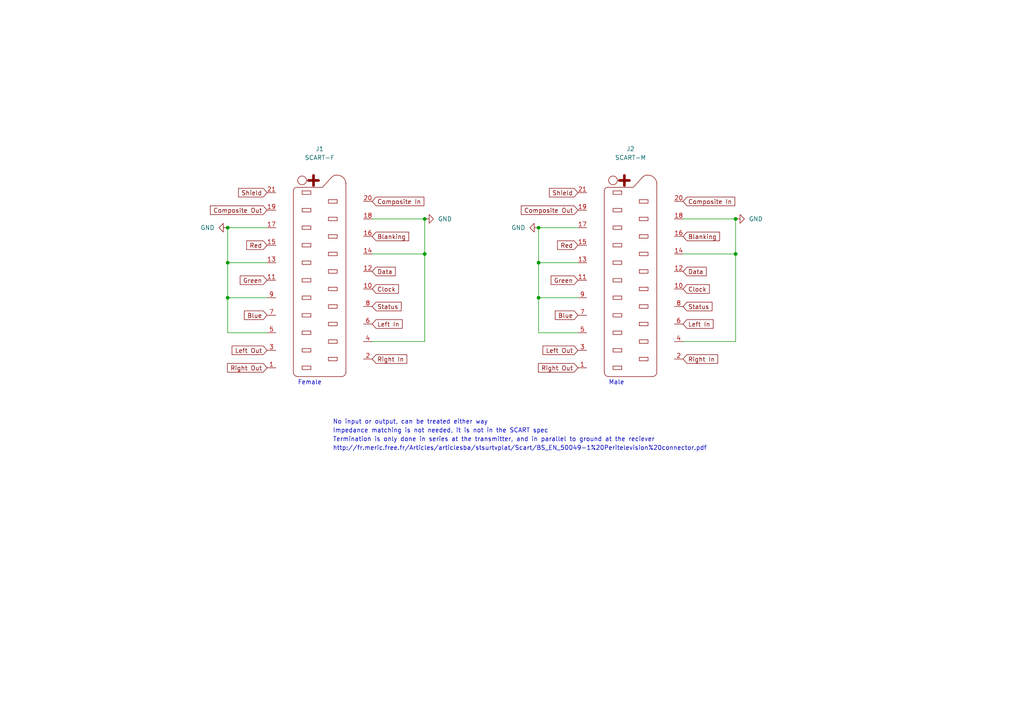
<source format=kicad_sch>
(kicad_sch (version 20230121) (generator eeschema)

  (uuid fb7982d0-abf4-421d-87a3-1e682bcdaa45)

  (paper "A4")

  (lib_symbols
    (symbol "Connector:SCART-F" (pin_names (offset 0.762) hide) (in_bom yes) (on_board yes)
      (property "Reference" "J" (at 0 31.75 0)
        (effects (font (size 1.27 1.27)))
      )
      (property "Value" "SCART-F" (at 1.016 -29.21 0)
        (effects (font (size 1.27 1.27)))
      )
      (property "Footprint" "" (at 0 1.27 0)
        (effects (font (size 1.27 1.27)) hide)
      )
      (property "Datasheet" " ~" (at 0 1.27 0)
        (effects (font (size 1.27 1.27)) hide)
      )
      (property "ki_keywords" "connector" (at 0 0 0)
        (effects (font (size 1.27 1.27)) hide)
      )
      (property "ki_description" "Prise Peritel" (at 0 0 0)
        (effects (font (size 1.27 1.27)) hide)
      )
      (symbol "SCART-F_0_1"
        (arc (start -7.62 -26.67) (mid -7.248 -27.568) (end -6.35 -27.94)
          (stroke (width 0) (type default))
          (fill (type none))
        )
        (arc (start -6.604 26.9494) (mid -7.3224 26.6518) (end -7.62 25.9334)
          (stroke (width 0) (type default))
          (fill (type none))
        )
        (rectangle (start -5.08 -24.892) (end -2.54 -25.908)
          (stroke (width 0) (type default))
          (fill (type none))
        )
        (rectangle (start -5.08 -19.812) (end -2.54 -20.828)
          (stroke (width 0) (type default))
          (fill (type none))
        )
        (rectangle (start -5.08 -14.732) (end -2.54 -15.748)
          (stroke (width 0) (type default))
          (fill (type none))
        )
        (rectangle (start -5.08 -9.652) (end -2.54 -10.668)
          (stroke (width 0) (type default))
          (fill (type none))
        )
        (rectangle (start -5.08 -4.572) (end -2.54 -5.588)
          (stroke (width 0) (type default))
          (fill (type none))
        )
        (rectangle (start -5.08 0.508) (end -2.54 -0.508)
          (stroke (width 0) (type default))
          (fill (type none))
        )
        (rectangle (start -5.08 5.588) (end -2.54 4.572)
          (stroke (width 0) (type default))
          (fill (type none))
        )
        (rectangle (start -5.08 10.668) (end -2.54 9.652)
          (stroke (width 0) (type default))
          (fill (type none))
        )
        (rectangle (start -5.08 15.748) (end -2.54 14.732)
          (stroke (width 0) (type default))
          (fill (type none))
        )
        (rectangle (start -5.08 20.828) (end -2.54 19.812)
          (stroke (width 0) (type default))
          (fill (type none))
        )
        (rectangle (start -5.08 25.908) (end -2.54 24.892)
          (stroke (width 0) (type default))
          (fill (type none))
        )
        (circle (center -5.08 28.956) (radius 1.27)
          (stroke (width 0) (type default))
          (fill (type none))
        )
        (polyline
          (pts
            (xy -7.62 22.86)
            (xy -7.62 -26.67)
          )
          (stroke (width 0) (type default))
          (fill (type none))
        )
        (polyline
          (pts
            (xy -7.62 22.86)
            (xy -7.62 24.13)
          )
          (stroke (width 0) (type default))
          (fill (type none))
        )
        (polyline
          (pts
            (xy -7.62 24.6634)
            (xy -7.62 24.13)
          )
          (stroke (width 0) (type default))
          (fill (type none))
        )
        (polyline
          (pts
            (xy -7.62 24.6634)
            (xy -7.62 25.9334)
          )
          (stroke (width 0) (type default))
          (fill (type none))
        )
        (polyline
          (pts
            (xy -6.604 26.9494)
            (xy 0.508 26.9494)
          )
          (stroke (width 0) (type default))
          (fill (type none))
        )
        (polyline
          (pts
            (xy -6.35 -27.94)
            (xy 6.35 -27.94)
          )
          (stroke (width 0) (type default))
          (fill (type none))
        )
        (polyline
          (pts
            (xy 3.302 29.718)
            (xy 1.27 27.432)
          )
          (stroke (width 0) (type default))
          (fill (type none))
        )
        (polyline
          (pts
            (xy 4.826 30.48)
            (xy 5.08 30.48)
          )
          (stroke (width 0) (type default))
          (fill (type none))
        )
        (polyline
          (pts
            (xy 7.62 -26.67)
            (xy 7.62 28.2194)
          )
          (stroke (width 0) (type default))
          (fill (type none))
        )
        (arc (start 0.508 26.924) (mid 0.9569 27.0702) (end 1.2192 27.4574)
          (stroke (width 0) (type default))
          (fill (type none))
        )
        (rectangle (start 2.54 -22.352) (end 5.08 -23.368)
          (stroke (width 0) (type default))
          (fill (type none))
        )
        (rectangle (start 2.54 -17.272) (end 5.08 -18.288)
          (stroke (width 0) (type default))
          (fill (type none))
        )
        (rectangle (start 2.54 -12.192) (end 5.08 -13.208)
          (stroke (width 0) (type default))
          (fill (type none))
        )
        (rectangle (start 2.54 -7.112) (end 5.08 -8.128)
          (stroke (width 0) (type default))
          (fill (type none))
        )
        (rectangle (start 2.54 -2.032) (end 5.08 -3.048)
          (stroke (width 0) (type default))
          (fill (type none))
        )
        (rectangle (start 2.54 3.048) (end 5.08 2.032)
          (stroke (width 0) (type default))
          (fill (type none))
        )
        (rectangle (start 2.54 8.128) (end 5.08 7.112)
          (stroke (width 0) (type default))
          (fill (type none))
        )
        (rectangle (start 2.54 13.208) (end 5.08 12.192)
          (stroke (width 0) (type default))
          (fill (type none))
        )
        (rectangle (start 2.54 18.288) (end 5.08 17.272)
          (stroke (width 0) (type default))
          (fill (type none))
        )
        (rectangle (start 2.54 23.368) (end 5.08 22.352)
          (stroke (width 0) (type default))
          (fill (type none))
        )
        (arc (start 4.826 30.48) (mid 3.999 30.2726) (end 3.3782 29.6926)
          (stroke (width 0) (type default))
          (fill (type none))
        )
        (arc (start 6.35 -27.94) (mid 7.248 -27.568) (end 7.62 -26.67)
          (stroke (width 0) (type default))
          (fill (type none))
        )
        (arc (start 7.62 27.94) (mid 6.8761 29.7361) (end 5.08 30.48)
          (stroke (width 0) (type default))
          (fill (type none))
        )
        (text "+" (at -1.778 29.21 0)
          (effects (font (size 3.81 3.81) bold))
        )
      )
      (symbol "SCART-F_1_1"
        (pin passive line (at -15.24 -25.4 0) (length 2.54)
          (name "P1" (effects (font (size 1.27 1.27))))
          (number "1" (effects (font (size 1.27 1.27))))
        )
        (pin passive line (at 15.24 -2.54 180) (length 2.54)
          (name "P10" (effects (font (size 1.27 1.27))))
          (number "10" (effects (font (size 1.27 1.27))))
        )
        (pin passive line (at -15.24 0 0) (length 2.54)
          (name "P11" (effects (font (size 1.27 1.27))))
          (number "11" (effects (font (size 1.27 1.27))))
        )
        (pin passive line (at 15.24 2.54 180) (length 2.54)
          (name "P12" (effects (font (size 1.27 1.27))))
          (number "12" (effects (font (size 1.27 1.27))))
        )
        (pin passive line (at -15.24 5.08 0) (length 2.54)
          (name "P13" (effects (font (size 1.27 1.27))))
          (number "13" (effects (font (size 1.27 1.27))))
        )
        (pin passive line (at 15.24 7.62 180) (length 2.54)
          (name "P14" (effects (font (size 1.27 1.27))))
          (number "14" (effects (font (size 1.27 1.27))))
        )
        (pin passive line (at -15.24 10.16 0) (length 2.54)
          (name "P15" (effects (font (size 1.27 1.27))))
          (number "15" (effects (font (size 1.27 1.27))))
        )
        (pin passive line (at 15.24 12.7 180) (length 2.54)
          (name "P16" (effects (font (size 1.27 1.27))))
          (number "16" (effects (font (size 1.27 1.27))))
        )
        (pin passive line (at -15.24 15.24 0) (length 2.54)
          (name "P17" (effects (font (size 1.27 1.27))))
          (number "17" (effects (font (size 1.27 1.27))))
        )
        (pin passive line (at 15.24 17.78 180) (length 2.54)
          (name "P18" (effects (font (size 1.27 1.27))))
          (number "18" (effects (font (size 1.27 1.27))))
        )
        (pin passive line (at -15.24 20.32 0) (length 2.54)
          (name "P19" (effects (font (size 1.27 1.27))))
          (number "19" (effects (font (size 1.27 1.27))))
        )
        (pin passive line (at 15.24 -22.86 180) (length 2.54)
          (name "P2" (effects (font (size 1.27 1.27))))
          (number "2" (effects (font (size 1.27 1.27))))
        )
        (pin passive line (at 15.24 22.86 180) (length 2.54)
          (name "P20" (effects (font (size 1.27 1.27))))
          (number "20" (effects (font (size 1.27 1.27))))
        )
        (pin passive line (at -15.24 25.4 0) (length 2.54)
          (name "P21" (effects (font (size 1.27 1.27))))
          (number "21" (effects (font (size 1.27 1.27))))
        )
        (pin passive line (at -15.24 -20.32 0) (length 2.54)
          (name "P3" (effects (font (size 1.27 1.27))))
          (number "3" (effects (font (size 1.27 1.27))))
        )
        (pin passive line (at 15.24 -17.78 180) (length 2.54)
          (name "P4" (effects (font (size 1.27 1.27))))
          (number "4" (effects (font (size 1.27 1.27))))
        )
        (pin passive line (at -15.24 -15.24 0) (length 2.54)
          (name "P5" (effects (font (size 1.27 1.27))))
          (number "5" (effects (font (size 1.27 1.27))))
        )
        (pin passive line (at 15.24 -12.7 180) (length 2.54)
          (name "P6" (effects (font (size 1.27 1.27))))
          (number "6" (effects (font (size 1.27 1.27))))
        )
        (pin passive line (at -15.24 -10.16 0) (length 2.54)
          (name "P7" (effects (font (size 1.27 1.27))))
          (number "7" (effects (font (size 1.27 1.27))))
        )
        (pin passive line (at 15.24 -7.62 180) (length 2.54)
          (name "P8" (effects (font (size 1.27 1.27))))
          (number "8" (effects (font (size 1.27 1.27))))
        )
        (pin passive line (at -15.24 -5.08 0) (length 2.54)
          (name "P9" (effects (font (size 1.27 1.27))))
          (number "9" (effects (font (size 1.27 1.27))))
        )
      )
    )
    (symbol "power:GND" (power) (pin_names (offset 0)) (in_bom yes) (on_board yes)
      (property "Reference" "#PWR" (at 0 -6.35 0)
        (effects (font (size 1.27 1.27)) hide)
      )
      (property "Value" "GND" (at 0 -3.81 0)
        (effects (font (size 1.27 1.27)))
      )
      (property "Footprint" "" (at 0 0 0)
        (effects (font (size 1.27 1.27)) hide)
      )
      (property "Datasheet" "" (at 0 0 0)
        (effects (font (size 1.27 1.27)) hide)
      )
      (property "ki_keywords" "global power" (at 0 0 0)
        (effects (font (size 1.27 1.27)) hide)
      )
      (property "ki_description" "Power symbol creates a global label with name \"GND\" , ground" (at 0 0 0)
        (effects (font (size 1.27 1.27)) hide)
      )
      (symbol "GND_0_1"
        (polyline
          (pts
            (xy 0 0)
            (xy 0 -1.27)
            (xy 1.27 -1.27)
            (xy 0 -2.54)
            (xy -1.27 -1.27)
            (xy 0 -1.27)
          )
          (stroke (width 0) (type default))
          (fill (type none))
        )
      )
      (symbol "GND_1_1"
        (pin power_in line (at 0 0 270) (length 0) hide
          (name "GND" (effects (font (size 1.27 1.27))))
          (number "1" (effects (font (size 1.27 1.27))))
        )
      )
    )
  )

  (junction (at 156.21 86.36) (diameter 0) (color 0 0 0 0)
    (uuid 025a20a9-9a9f-4425-a83d-0fce99a0e6fe)
  )
  (junction (at 123.19 73.66) (diameter 0) (color 0 0 0 0)
    (uuid 0fd78e12-6741-4dd0-ba80-4e537b981864)
  )
  (junction (at 123.19 63.5) (diameter 0) (color 0 0 0 0)
    (uuid 2afca494-18e8-4e6b-a5db-15a006bfdf6b)
  )
  (junction (at 213.36 63.5) (diameter 0) (color 0 0 0 0)
    (uuid 3b72fb74-c564-44c0-8388-f8c8d9d260d4)
  )
  (junction (at 66.04 86.36) (diameter 0) (color 0 0 0 0)
    (uuid 499f756c-fac8-4489-b1d6-ecd9a633b2c2)
  )
  (junction (at 156.21 66.04) (diameter 0) (color 0 0 0 0)
    (uuid 75721e80-0539-4d0c-bf64-e7d34f89df60)
  )
  (junction (at 156.21 76.2) (diameter 0) (color 0 0 0 0)
    (uuid 75ade4a0-52de-49bf-af2f-31464633bde7)
  )
  (junction (at 66.04 66.04) (diameter 0) (color 0 0 0 0)
    (uuid 932c3b57-f613-48c1-b4be-d4476cf2f2d0)
  )
  (junction (at 66.04 76.2) (diameter 0) (color 0 0 0 0)
    (uuid bfcf4c2e-3925-41b1-a96f-157e3758df83)
  )
  (junction (at 213.36 73.66) (diameter 0) (color 0 0 0 0)
    (uuid e79e0d3c-830a-4162-9de9-cd900ba81cb1)
  )

  (wire (pts (xy 107.95 63.5) (xy 123.19 63.5))
    (stroke (width 0) (type default))
    (uuid 03c26591-7c43-4679-8900-5bc6d6333dea)
  )
  (wire (pts (xy 213.36 99.06) (xy 198.12 99.06))
    (stroke (width 0) (type default))
    (uuid 14a6c8a9-b46b-4b8c-8415-17a0797c5054)
  )
  (wire (pts (xy 156.21 96.52) (xy 167.64 96.52))
    (stroke (width 0) (type default))
    (uuid 15448c7a-c876-41b4-820d-5e4dca413732)
  )
  (wire (pts (xy 66.04 86.36) (xy 77.47 86.36))
    (stroke (width 0) (type default))
    (uuid 7558b6b6-165d-4869-a7f4-88f1d42f26f7)
  )
  (wire (pts (xy 198.12 63.5) (xy 213.36 63.5))
    (stroke (width 0) (type default))
    (uuid 75ae6f0a-dc9b-4845-97db-1813dc03887e)
  )
  (wire (pts (xy 77.47 66.04) (xy 66.04 66.04))
    (stroke (width 0) (type default))
    (uuid 8a22922e-0400-4b71-9cf0-242d5908d7be)
  )
  (wire (pts (xy 156.21 76.2) (xy 167.64 76.2))
    (stroke (width 0) (type default))
    (uuid 8c5f0a2a-c392-4f12-bce8-63ec84dba025)
  )
  (wire (pts (xy 123.19 63.5) (xy 123.19 73.66))
    (stroke (width 0) (type default))
    (uuid 8c9f678b-50ad-4d8f-962c-a03bc7911fe1)
  )
  (wire (pts (xy 66.04 76.2) (xy 66.04 86.36))
    (stroke (width 0) (type default))
    (uuid 8f20dee6-d567-4189-81ae-92c2dc5b2750)
  )
  (wire (pts (xy 156.21 76.2) (xy 156.21 86.36))
    (stroke (width 0) (type default))
    (uuid 90666127-cac9-4bd0-9b43-c94eea01e789)
  )
  (wire (pts (xy 66.04 86.36) (xy 66.04 96.52))
    (stroke (width 0) (type default))
    (uuid 9250fbb6-7481-492c-b9db-56350c4d22cb)
  )
  (wire (pts (xy 123.19 73.66) (xy 107.95 73.66))
    (stroke (width 0) (type default))
    (uuid 98514a3e-d13a-45cd-ad35-33c5d87c1f37)
  )
  (wire (pts (xy 66.04 76.2) (xy 77.47 76.2))
    (stroke (width 0) (type default))
    (uuid 99d972a0-76a8-4c8c-8027-1aba0a47263e)
  )
  (wire (pts (xy 213.36 73.66) (xy 198.12 73.66))
    (stroke (width 0) (type default))
    (uuid 9cf0b246-65f1-4c92-885c-8cda74896283)
  )
  (wire (pts (xy 123.19 73.66) (xy 123.19 99.06))
    (stroke (width 0) (type default))
    (uuid b7ecb502-5a65-487c-be30-9891d3525ae4)
  )
  (wire (pts (xy 167.64 66.04) (xy 156.21 66.04))
    (stroke (width 0) (type default))
    (uuid cb257a45-7ed2-42b3-86c0-bccb8f101bd8)
  )
  (wire (pts (xy 66.04 66.04) (xy 66.04 76.2))
    (stroke (width 0) (type default))
    (uuid cb7e0afe-969e-46a4-b7bb-950d632ad1f9)
  )
  (wire (pts (xy 156.21 86.36) (xy 167.64 86.36))
    (stroke (width 0) (type default))
    (uuid d62f9c60-bd61-40d8-9904-1b36a0fb9004)
  )
  (wire (pts (xy 213.36 63.5) (xy 213.36 73.66))
    (stroke (width 0) (type default))
    (uuid e245b255-f2d6-4c10-abcd-7d02bbdd518b)
  )
  (wire (pts (xy 156.21 86.36) (xy 156.21 96.52))
    (stroke (width 0) (type default))
    (uuid e2e729f1-5403-4447-83a1-cef3da9c3d7b)
  )
  (wire (pts (xy 66.04 96.52) (xy 77.47 96.52))
    (stroke (width 0) (type default))
    (uuid e6c6ef24-0ec1-4f82-b8af-2704f1e616d0)
  )
  (wire (pts (xy 213.36 73.66) (xy 213.36 99.06))
    (stroke (width 0) (type default))
    (uuid ea087e81-620e-4d56-8648-669f0c11ed31)
  )
  (wire (pts (xy 123.19 99.06) (xy 107.95 99.06))
    (stroke (width 0) (type default))
    (uuid f6a9dee6-b29c-4c7c-a21c-653ecc27d62d)
  )
  (wire (pts (xy 156.21 66.04) (xy 156.21 76.2))
    (stroke (width 0) (type default))
    (uuid fbeb5492-c903-4cef-a955-7e71b2367e9c)
  )

  (text "Termination is only done in series at the transmitter, and in parallel to ground at the reciever"
    (at 96.52 128.27 0)
    (effects (font (size 1.27 1.27)) (justify left bottom))
    (uuid 4964105c-6885-4e9d-a289-8f6f723a74dd)
  )
  (text "Impedance matching is not needed, it is not in the SCART spec"
    (at 96.52 125.73 0)
    (effects (font (size 1.27 1.27)) (justify left bottom))
    (uuid 502e84bd-c19c-4a3e-b8dc-6488b8daabed)
  )
  (text "No input or output, can be treated either way" (at 96.52 123.19 0)
    (effects (font (size 1.27 1.27)) (justify left bottom))
    (uuid 7288ab8b-d125-475d-86af-e4c08403de26)
  )
  (text "Female" (at 86.36 111.76 0)
    (effects (font (size 1.27 1.27)) (justify left bottom))
    (uuid a59656c9-ca2c-42f4-ade6-3d0617a7f441)
  )
  (text "Male" (at 176.53 111.76 0)
    (effects (font (size 1.27 1.27)) (justify left bottom))
    (uuid c5e66f2a-8da3-4e5a-b6eb-dc7283e52a10)
  )
  (text "http://fr.meric.free.fr/Articles/articlesba/stsurtvplat/Scart/BS_EN_50049-1%20Peritelevision%20connector.pdf"
    (at 96.52 130.81 0)
    (effects (font (size 1.27 1.27)) (justify left bottom))
    (uuid e492fadb-4146-4847-931b-c03cf46032f9)
  )

  (global_label "Left Out" (shape input) (at 167.64 101.6 180) (fields_autoplaced)
    (effects (font (size 1.27 1.27)) (justify right))
    (uuid 07b4dc5a-9185-4b84-ac8c-ec1f4e45e3e3)
    (property "Intersheetrefs" "${INTERSHEET_REFS}" (at 156.9139 101.6 0)
      (effects (font (size 1.27 1.27)) (justify right) hide)
    )
  )
  (global_label "Left Out" (shape input) (at 77.47 101.6 180) (fields_autoplaced)
    (effects (font (size 1.27 1.27)) (justify right))
    (uuid 2f185c86-31b5-4391-8313-9d6fdf358211)
    (property "Intersheetrefs" "${INTERSHEET_REFS}" (at 66.7439 101.6 0)
      (effects (font (size 1.27 1.27)) (justify right) hide)
    )
  )
  (global_label "Shield" (shape input) (at 77.47 55.88 180) (fields_autoplaced)
    (effects (font (size 1.27 1.27)) (justify right))
    (uuid 37c92b54-d9ff-4af8-ac12-a02e4f0394fc)
    (property "Intersheetrefs" "${INTERSHEET_REFS}" (at 68.6187 55.88 0)
      (effects (font (size 1.27 1.27)) (justify right) hide)
    )
  )
  (global_label "Shield" (shape input) (at 167.64 55.88 180) (fields_autoplaced)
    (effects (font (size 1.27 1.27)) (justify right))
    (uuid 478e37c9-7c3e-4490-9b4c-af59b1cc379b)
    (property "Intersheetrefs" "${INTERSHEET_REFS}" (at 158.7887 55.88 0)
      (effects (font (size 1.27 1.27)) (justify right) hide)
    )
  )
  (global_label "Right In" (shape input) (at 107.95 104.14 0) (fields_autoplaced)
    (effects (font (size 1.27 1.27)) (justify left))
    (uuid 55d8674d-9a6e-44bf-a992-1a40e27f9920)
    (property "Intersheetrefs" "${INTERSHEET_REFS}" (at 118.5551 104.14 0)
      (effects (font (size 1.27 1.27)) (justify left) hide)
    )
  )
  (global_label "Green" (shape input) (at 77.47 81.28 180) (fields_autoplaced)
    (effects (font (size 1.27 1.27)) (justify right))
    (uuid 56959b6c-874d-44e7-b5e2-d82805861ed4)
    (property "Intersheetrefs" "${INTERSHEET_REFS}" (at 69.1024 81.28 0)
      (effects (font (size 1.27 1.27)) (justify right) hide)
    )
  )
  (global_label "Composite Out" (shape input) (at 167.64 60.96 180) (fields_autoplaced)
    (effects (font (size 1.27 1.27)) (justify right))
    (uuid 6062cdfc-87c5-4962-b8c9-4cb5ed3e5cb4)
    (property "Intersheetrefs" "${INTERSHEET_REFS}" (at 150.6245 60.96 0)
      (effects (font (size 1.27 1.27)) (justify right) hide)
    )
  )
  (global_label "Composite Out" (shape input) (at 77.47 60.96 180) (fields_autoplaced)
    (effects (font (size 1.27 1.27)) (justify right))
    (uuid 6772bf3b-4a8e-4157-87ce-2f2619e2e486)
    (property "Intersheetrefs" "${INTERSHEET_REFS}" (at 60.4545 60.96 0)
      (effects (font (size 1.27 1.27)) (justify right) hide)
    )
  )
  (global_label "Clock" (shape input) (at 198.12 83.82 0) (fields_autoplaced)
    (effects (font (size 1.27 1.27)) (justify left))
    (uuid 69223ba2-4193-4b33-b42c-c9f9062ac3e7)
    (property "Intersheetrefs" "${INTERSHEET_REFS}" (at 206.3061 83.82 0)
      (effects (font (size 1.27 1.27)) (justify left) hide)
    )
  )
  (global_label "Green" (shape input) (at 167.64 81.28 180) (fields_autoplaced)
    (effects (font (size 1.27 1.27)) (justify right))
    (uuid 79f5f5f7-597d-4bf2-9e17-a518280965b6)
    (property "Intersheetrefs" "${INTERSHEET_REFS}" (at 159.2724 81.28 0)
      (effects (font (size 1.27 1.27)) (justify right) hide)
    )
  )
  (global_label "Left In" (shape input) (at 107.95 93.98 0) (fields_autoplaced)
    (effects (font (size 1.27 1.27)) (justify left))
    (uuid 7fb99043-d70f-420d-8379-723c3726b3c4)
    (property "Intersheetrefs" "${INTERSHEET_REFS}" (at 117.2247 93.98 0)
      (effects (font (size 1.27 1.27)) (justify left) hide)
    )
  )
  (global_label "Left In" (shape input) (at 198.12 93.98 0) (fields_autoplaced)
    (effects (font (size 1.27 1.27)) (justify left))
    (uuid 87a3a9bf-8401-4f9d-96a1-eac56f327b7c)
    (property "Intersheetrefs" "${INTERSHEET_REFS}" (at 207.3947 93.98 0)
      (effects (font (size 1.27 1.27)) (justify left) hide)
    )
  )
  (global_label "Status" (shape input) (at 198.12 88.9 0) (fields_autoplaced)
    (effects (font (size 1.27 1.27)) (justify left))
    (uuid 8b34ebe3-2e95-4888-85e4-8cf08cc652b5)
    (property "Intersheetrefs" "${INTERSHEET_REFS}" (at 207.0922 88.9 0)
      (effects (font (size 1.27 1.27)) (justify left) hide)
    )
  )
  (global_label "Data" (shape input) (at 198.12 78.74 0) (fields_autoplaced)
    (effects (font (size 1.27 1.27)) (justify left))
    (uuid 8ba957af-6da9-4468-a00a-ec19320369c8)
    (property "Intersheetrefs" "${INTERSHEET_REFS}" (at 205.3989 78.74 0)
      (effects (font (size 1.27 1.27)) (justify left) hide)
    )
  )
  (global_label "Blue" (shape input) (at 77.47 91.44 180) (fields_autoplaced)
    (effects (font (size 1.27 1.27)) (justify right))
    (uuid 907f7f76-5610-4f1e-a831-056755320285)
    (property "Intersheetrefs" "${INTERSHEET_REFS}" (at 70.312 91.44 0)
      (effects (font (size 1.27 1.27)) (justify right) hide)
    )
  )
  (global_label "Status" (shape input) (at 107.95 88.9 0) (fields_autoplaced)
    (effects (font (size 1.27 1.27)) (justify left))
    (uuid b49129f8-a0df-4267-a45f-ffc0b3bb6256)
    (property "Intersheetrefs" "${INTERSHEET_REFS}" (at 116.9222 88.9 0)
      (effects (font (size 1.27 1.27)) (justify left) hide)
    )
  )
  (global_label "Composite In" (shape input) (at 107.95 58.42 0) (fields_autoplaced)
    (effects (font (size 1.27 1.27)) (justify left))
    (uuid be83ea6e-a215-49c9-b621-23bac57731bd)
    (property "Intersheetrefs" "${INTERSHEET_REFS}" (at 123.5141 58.42 0)
      (effects (font (size 1.27 1.27)) (justify left) hide)
    )
  )
  (global_label "Blanking" (shape input) (at 107.95 68.58 0) (fields_autoplaced)
    (effects (font (size 1.27 1.27)) (justify left))
    (uuid c17f5618-7f3d-4c82-a4ee-7bf2cfc8adaa)
    (property "Intersheetrefs" "${INTERSHEET_REFS}" (at 119.0993 68.58 0)
      (effects (font (size 1.27 1.27)) (justify left) hide)
    )
  )
  (global_label "Composite In" (shape input) (at 198.12 58.42 0) (fields_autoplaced)
    (effects (font (size 1.27 1.27)) (justify left))
    (uuid c8fbeff1-cfe8-4a48-9448-76562aac67f0)
    (property "Intersheetrefs" "${INTERSHEET_REFS}" (at 213.6841 58.42 0)
      (effects (font (size 1.27 1.27)) (justify left) hide)
    )
  )
  (global_label "Blue" (shape input) (at 167.64 91.44 180) (fields_autoplaced)
    (effects (font (size 1.27 1.27)) (justify right))
    (uuid cb877b22-662a-4da7-b0a1-80ffbca8676d)
    (property "Intersheetrefs" "${INTERSHEET_REFS}" (at 160.482 91.44 0)
      (effects (font (size 1.27 1.27)) (justify right) hide)
    )
  )
  (global_label "Red" (shape input) (at 77.47 71.12 180) (fields_autoplaced)
    (effects (font (size 1.27 1.27)) (justify right))
    (uuid d12ddcd5-a331-491e-9f26-df111f2c150b)
    (property "Intersheetrefs" "${INTERSHEET_REFS}" (at 70.9772 71.12 0)
      (effects (font (size 1.27 1.27)) (justify right) hide)
    )
  )
  (global_label "Red" (shape input) (at 167.64 71.12 180) (fields_autoplaced)
    (effects (font (size 1.27 1.27)) (justify right))
    (uuid d3dd87ce-f2b8-472a-9316-799dbbf2401a)
    (property "Intersheetrefs" "${INTERSHEET_REFS}" (at 161.1472 71.12 0)
      (effects (font (size 1.27 1.27)) (justify right) hide)
    )
  )
  (global_label "Right In" (shape input) (at 198.12 104.14 0) (fields_autoplaced)
    (effects (font (size 1.27 1.27)) (justify left))
    (uuid d4b29dec-098b-4f45-aad5-814e307beada)
    (property "Intersheetrefs" "${INTERSHEET_REFS}" (at 208.7251 104.14 0)
      (effects (font (size 1.27 1.27)) (justify left) hide)
    )
  )
  (global_label "Data" (shape input) (at 107.95 78.74 0) (fields_autoplaced)
    (effects (font (size 1.27 1.27)) (justify left))
    (uuid d9936745-4d4e-400d-ab09-cd86359741a9)
    (property "Intersheetrefs" "${INTERSHEET_REFS}" (at 115.2289 78.74 0)
      (effects (font (size 1.27 1.27)) (justify left) hide)
    )
  )
  (global_label "Clock" (shape input) (at 107.95 83.82 0) (fields_autoplaced)
    (effects (font (size 1.27 1.27)) (justify left))
    (uuid e0d1711d-9ed9-4dd4-ae9b-953e818bf571)
    (property "Intersheetrefs" "${INTERSHEET_REFS}" (at 116.1361 83.82 0)
      (effects (font (size 1.27 1.27)) (justify left) hide)
    )
  )
  (global_label "Blanking" (shape input) (at 198.12 68.58 0) (fields_autoplaced)
    (effects (font (size 1.27 1.27)) (justify left))
    (uuid e81e31ee-2df9-4f30-9046-7e12f61ecbfc)
    (property "Intersheetrefs" "${INTERSHEET_REFS}" (at 209.2693 68.58 0)
      (effects (font (size 1.27 1.27)) (justify left) hide)
    )
  )
  (global_label "Right Out" (shape input) (at 167.64 106.68 180) (fields_autoplaced)
    (effects (font (size 1.27 1.27)) (justify right))
    (uuid ee2b2b6b-a488-44be-a39f-c85330647c4d)
    (property "Intersheetrefs" "${INTERSHEET_REFS}" (at 155.5835 106.68 0)
      (effects (font (size 1.27 1.27)) (justify right) hide)
    )
  )
  (global_label "Right Out" (shape input) (at 77.47 106.68 180) (fields_autoplaced)
    (effects (font (size 1.27 1.27)) (justify right))
    (uuid fea18759-7c8f-48c9-be37-0e1bfc9c4409)
    (property "Intersheetrefs" "${INTERSHEET_REFS}" (at 65.4135 106.68 0)
      (effects (font (size 1.27 1.27)) (justify right) hide)
    )
  )

  (symbol (lib_id "power:GND") (at 123.19 63.5 90) (unit 1)
    (in_bom yes) (on_board yes) (dnp no) (fields_autoplaced)
    (uuid 2c467d59-9009-42e3-a3cf-8b1875c46dc8)
    (property "Reference" "#PWR01" (at 129.54 63.5 0)
      (effects (font (size 1.27 1.27)) hide)
    )
    (property "Value" "GND" (at 127 63.5 90)
      (effects (font (size 1.27 1.27)) (justify right))
    )
    (property "Footprint" "" (at 123.19 63.5 0)
      (effects (font (size 1.27 1.27)) hide)
    )
    (property "Datasheet" "" (at 123.19 63.5 0)
      (effects (font (size 1.27 1.27)) hide)
    )
    (pin "1" (uuid 89386072-81af-498d-82e7-969b8e2b7f21))
    (instances
      (project "scart-mtf-ftm"
        (path "/fb7982d0-abf4-421d-87a3-1e682bcdaa45"
          (reference "#PWR01") (unit 1)
        )
      )
    )
  )

  (symbol (lib_id "power:GND") (at 156.21 66.04 270) (unit 1)
    (in_bom yes) (on_board yes) (dnp no) (fields_autoplaced)
    (uuid 49607734-54a8-42a5-b5a0-33f50f397e43)
    (property "Reference" "#PWR03" (at 149.86 66.04 0)
      (effects (font (size 1.27 1.27)) hide)
    )
    (property "Value" "GND" (at 152.4 66.04 90)
      (effects (font (size 1.27 1.27)) (justify right))
    )
    (property "Footprint" "" (at 156.21 66.04 0)
      (effects (font (size 1.27 1.27)) hide)
    )
    (property "Datasheet" "" (at 156.21 66.04 0)
      (effects (font (size 1.27 1.27)) hide)
    )
    (pin "1" (uuid 8d173175-c58f-453b-aa35-38c0efe51982))
    (instances
      (project "scart-mtf-ftm"
        (path "/fb7982d0-abf4-421d-87a3-1e682bcdaa45"
          (reference "#PWR03") (unit 1)
        )
      )
    )
  )

  (symbol (lib_id "power:GND") (at 66.04 66.04 270) (unit 1)
    (in_bom yes) (on_board yes) (dnp no) (fields_autoplaced)
    (uuid 5a8f5117-403c-4695-a563-a5156d67ed1c)
    (property "Reference" "#PWR02" (at 59.69 66.04 0)
      (effects (font (size 1.27 1.27)) hide)
    )
    (property "Value" "GND" (at 62.23 66.04 90)
      (effects (font (size 1.27 1.27)) (justify right))
    )
    (property "Footprint" "" (at 66.04 66.04 0)
      (effects (font (size 1.27 1.27)) hide)
    )
    (property "Datasheet" "" (at 66.04 66.04 0)
      (effects (font (size 1.27 1.27)) hide)
    )
    (pin "1" (uuid 5fa02e7a-ba8c-43fa-b6ae-1c8b3c523220))
    (instances
      (project "scart-mtf-ftm"
        (path "/fb7982d0-abf4-421d-87a3-1e682bcdaa45"
          (reference "#PWR02") (unit 1)
        )
      )
    )
  )

  (symbol (lib_id "power:GND") (at 213.36 63.5 90) (unit 1)
    (in_bom yes) (on_board yes) (dnp no) (fields_autoplaced)
    (uuid 82290996-e20e-4f08-98f7-3fdd243a8123)
    (property "Reference" "#PWR04" (at 219.71 63.5 0)
      (effects (font (size 1.27 1.27)) hide)
    )
    (property "Value" "GND" (at 217.17 63.5 90)
      (effects (font (size 1.27 1.27)) (justify right))
    )
    (property "Footprint" "" (at 213.36 63.5 0)
      (effects (font (size 1.27 1.27)) hide)
    )
    (property "Datasheet" "" (at 213.36 63.5 0)
      (effects (font (size 1.27 1.27)) hide)
    )
    (pin "1" (uuid b303adca-e814-42fa-b71c-fda9be264b9d))
    (instances
      (project "scart-mtf-ftm"
        (path "/fb7982d0-abf4-421d-87a3-1e682bcdaa45"
          (reference "#PWR04") (unit 1)
        )
      )
    )
  )

  (symbol (lib_id "Connector:SCART-F") (at 182.88 81.28 0) (unit 1)
    (in_bom yes) (on_board yes) (dnp no) (fields_autoplaced)
    (uuid 9543f1db-07ab-4cbb-9f53-7bc8e9b09b9a)
    (property "Reference" "J2" (at 182.88 43.18 0)
      (effects (font (size 1.27 1.27)))
    )
    (property "Value" "SCART-M" (at 182.88 45.72 0)
      (effects (font (size 1.27 1.27)))
    )
    (property "Footprint" "Connector_AV:Male_SCART" (at 182.88 80.01 0)
      (effects (font (size 1.27 1.27)) hide)
    )
    (property "Datasheet" " ~" (at 182.88 80.01 0)
      (effects (font (size 1.27 1.27)) hide)
    )
    (pin "4" (uuid 7e60f569-4a6c-4396-90a3-e6f1ca9e2c81))
    (pin "15" (uuid 5a09bf5e-7682-4c2c-8198-36c8087f8dc0))
    (pin "7" (uuid d3f45465-6cd7-4cd6-b567-f56a1edc2568))
    (pin "19" (uuid 13366c81-46ed-4d02-b060-d44b74b0a4f6))
    (pin "10" (uuid 4c14ae41-2280-4157-b3e3-36f8e2a3c683))
    (pin "17" (uuid 5a0f500f-7d3f-4da4-b0e1-caf2ff9a09f4))
    (pin "6" (uuid 5ad25c4e-54e9-4d3d-a94a-be164d991b9a))
    (pin "16" (uuid 89f3a283-8a6b-4e85-8ee3-64f0f9820b01))
    (pin "18" (uuid 77113a40-a6e6-45ea-96a6-6d3907f3b9bb))
    (pin "13" (uuid d46ddfc4-86e7-430a-a560-c17200e1a816))
    (pin "2" (uuid 485e23f2-1377-4c94-b1fd-51e07a1be137))
    (pin "5" (uuid 24467db1-402f-4023-8f2a-a1b8780a476e))
    (pin "1" (uuid 52b9b691-8834-4989-ada8-894b5436500f))
    (pin "12" (uuid 8a745d19-7774-4c31-b164-1afebd734d15))
    (pin "11" (uuid e63d2fe9-8470-4f23-8e67-e329afd2744d))
    (pin "8" (uuid 403ae7c2-976c-43b0-992f-0eb179b7a661))
    (pin "14" (uuid 1f40d83f-084d-4294-a286-3d19c94a73be))
    (pin "21" (uuid c77df45e-0794-4079-8df2-a42568193101))
    (pin "9" (uuid dbe84089-a882-44ca-be65-a015aecba9d8))
    (pin "20" (uuid 561b0d32-8cc8-4be7-bae8-615dac41642c))
    (pin "3" (uuid 80f82de7-d87d-4cf1-a0dd-5983b44cf0b7))
    (instances
      (project "scart-ftf"
        (path "/35be7bb5-4d24-47f2-9037-c25ea0e0455b"
          (reference "J2") (unit 1)
        )
      )
      (project "scart-mtm"
        (path "/e639aac8-ced8-4dd1-a7fe-91a9bfa43493"
          (reference "J2") (unit 1)
        )
      )
      (project "scart-mtf-ftm"
        (path "/fb7982d0-abf4-421d-87a3-1e682bcdaa45"
          (reference "J2") (unit 1)
        )
      )
    )
  )

  (symbol (lib_id "Connector:SCART-F") (at 92.71 81.28 0) (unit 1)
    (in_bom yes) (on_board yes) (dnp no) (fields_autoplaced)
    (uuid aade93a6-135c-42e0-b0e0-8e1442b6e931)
    (property "Reference" "J1" (at 92.71 43.18 0)
      (effects (font (size 1.27 1.27)))
    )
    (property "Value" "SCART-F" (at 92.71 45.72 0)
      (effects (font (size 1.27 1.27)))
    )
    (property "Footprint" "Connector_AV:KYCON_SCART_K-SCARTX-022_Horizontal" (at 92.71 80.01 0)
      (effects (font (size 1.27 1.27)) hide)
    )
    (property "Datasheet" " ~" (at 92.71 80.01 0)
      (effects (font (size 1.27 1.27)) hide)
    )
    (pin "4" (uuid 41474363-bb6e-4135-97ce-6c81f48f905c))
    (pin "15" (uuid e2c7bd7a-5a94-440d-883d-37cae17e9fb1))
    (pin "7" (uuid 3c6ec7ba-5720-48e3-83a9-ffe22e636e89))
    (pin "19" (uuid 3ac2620f-d5af-4c4b-8fed-181b86dbedcf))
    (pin "10" (uuid c300f268-9a53-4a2f-8d7b-aa9ce1546707))
    (pin "17" (uuid dbfa34c9-9430-418d-a8bd-6682c7ce919c))
    (pin "6" (uuid bf3222c9-d281-42b3-b50e-a347bfa64847))
    (pin "16" (uuid 19c77142-0d9e-46c6-a4fe-88d619aa7377))
    (pin "18" (uuid 21c49f3a-ebc9-4ac9-a0f6-af6611d34806))
    (pin "13" (uuid d3252418-2d80-4163-afe4-e056e9270456))
    (pin "2" (uuid e1918c5b-f1a9-4aa9-9114-b5cfcf53106e))
    (pin "5" (uuid ab520853-d02d-4eaf-a8fe-691b803251eb))
    (pin "1" (uuid 7133c011-54cc-4538-920b-fa48a29fde97))
    (pin "12" (uuid e371c0e5-124d-48e4-92f2-d9d312dbd2fb))
    (pin "11" (uuid 20080837-643a-4f61-95fa-bb2b4d588c5f))
    (pin "8" (uuid 0b50b426-f530-4780-9469-79360885a4a1))
    (pin "14" (uuid 1366f233-4117-4abf-90ce-f0958f90e4c7))
    (pin "21" (uuid e0f4d178-be14-424e-adb2-194e02d29583))
    (pin "9" (uuid ea8738c3-baea-4852-a71d-bc2202e98d78))
    (pin "20" (uuid 670c02d6-3040-4bbc-bb09-054167f3f445))
    (pin "3" (uuid 8eacad69-149d-4bd0-8b8e-8123deba1970))
    (instances
      (project "scart-ftf"
        (path "/35be7bb5-4d24-47f2-9037-c25ea0e0455b"
          (reference "J1") (unit 1)
        )
      )
      (project "scart-mtm"
        (path "/e639aac8-ced8-4dd1-a7fe-91a9bfa43493"
          (reference "J1") (unit 1)
        )
      )
      (project "scart-mtf-ftm"
        (path "/fb7982d0-abf4-421d-87a3-1e682bcdaa45"
          (reference "J1") (unit 1)
        )
      )
    )
  )

  (sheet_instances
    (path "/" (page "1"))
  )
)

</source>
